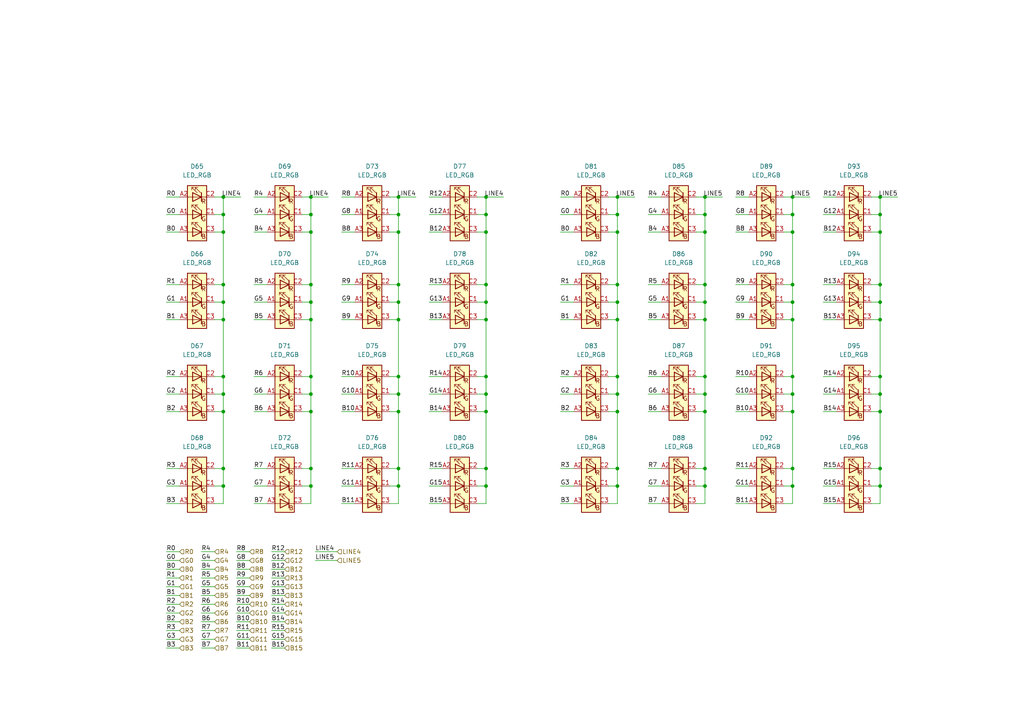
<source format=kicad_sch>
(kicad_sch (version 20250114) (generator "eeschema") (generator_version "9.0")
  (paper "A4")
  (lib_symbols
    (symbol "LRTBGVSR-4U4V-JW+8A8B-D8-3S4U-:LED_RGB" (pin_names (offset 0) (hide yes))
      (property "Reference" "D?" (at 0 13.97 0))
      (property "Value" "LED_RGB" (at 0 11.43 0))
      (symbol "LED_RGB_0_0"
        (text "R" (at -1.905 3.81 0) (effects (font (size 1.27 1.27))))
        (text "G" (at -1.905 -1.27 0) (effects (font (size 1.27 1.27))))
        (text "B" (at -1.905 -6.35 0) (effects (font (size 1.27 1.27))))
      )
      (symbol "LED_RGB_0_1"
        (polyline (pts (xy -1.27 6.35) (xy -1.27 3.81)) (stroke (width 0.254)))
        (polyline (pts (xy -1.27 6.35) (xy -1.27 3.81) (xy -1.27 3.81)))
        (polyline (pts (xy -1.27 5.08) (xy -2.54 5.08)))
        (polyline (pts (xy -1.27 5.08) (xy 1.27 5.08)))
        (polyline (pts (xy -1.27 1.27) (xy -1.27 -1.27)) (stroke (width 0.254)))
        (polyline (pts (xy -1.27 1.27) (xy -1.27 -1.27) (xy -1.27 -1.27)))
        (polyline (pts (xy -1.27 0) (xy -2.54 0)))
        (polyline (pts (xy -1.27 -3.81) (xy -1.27 -6.35)) (stroke (width 0.254)))
        (polyline (pts (xy -1.27 -5.08) (xy -2.54 -5.08)))
        (polyline (pts (xy -1.27 -5.08) (xy 1.27 -5.08)))
        (polyline (pts (xy -1.016 6.35) (xy 0.508 7.874) (xy -0.254 7.874) (xy 0.508 7.874) (xy 0.508 7.112)))
        (polyline (pts (xy -1.016 1.27) (xy 0.508 2.794) (xy -0.254 2.794) (xy 0.508 2.794) (xy 0.508 2.032)))
        (polyline (pts (xy -1.016 -3.81) (xy 0.508 -2.286) (xy -0.254 -2.286) (xy 0.508 -2.286) (xy 0.508 -3.048)))
        (polyline (pts (xy 0 6.35) (xy 1.524 7.874) (xy 0.762 7.874) (xy 1.524 7.874) (xy 1.524 7.112)))
        (polyline (pts (xy 0 1.27) (xy 1.524 2.794) (xy 0.762 2.794) (xy 1.524 2.794) (xy 1.524 2.032)))
        (polyline (pts (xy 0 -3.81) (xy 1.524 -2.286) (xy 0.762 -2.286) (xy 1.524 -2.286) (xy 1.524 -3.048)))
        (polyline (pts (xy 1.27 6.35) (xy 1.27 3.81) (xy -1.27 5.08) (xy 1.27 6.35)) (stroke (width 0.254)))
        (rectangle (start 1.27 6.35) (end 1.27 6.35))
        (polyline (pts (xy 1.27 5.08) (xy 2.54 5.08)))
        (rectangle (start 1.27 3.81) (end 1.27 6.35))
        (polyline (pts (xy 1.27 1.27) (xy 1.27 -1.27) (xy -1.27 0) (xy 1.27 1.27)) (stroke (width 0.254)))
        (rectangle (start 1.27 1.27) (end 1.27 1.27))
        (polyline (pts (xy 1.27 0) (xy -1.27 0)))
        (polyline (pts (xy 1.27 0) (xy 2.54 0)))
        (rectangle (start 1.27 -1.27) (end 1.27 1.27))
        (polyline (pts (xy 1.27 -3.81) (xy 1.27 -6.35) (xy -1.27 -5.08) (xy 1.27 -3.81)) (stroke (width 0.254)))
        (polyline (pts (xy 1.27 -5.08) (xy 2.54 -5.08)))
        (rectangle (start 2.794 8.382) (end -2.794 -7.62) (stroke (width 0.254)) (fill (type background)))
      )
      (symbol "LED_RGB_1_1"
        (pin passive line (at -5.08 5.08 0) (length 2.54) (name "RK") (number "C2"))
        (pin passive line (at -5.08 0 0) (length 2.54) (name "GK") (number "C1"))
        (pin passive line (at -5.08 -5.08 0) (length 2.54) (name "BK") (number "C3"))
        (pin passive line (at 5.08 5.08 180) (length 2.54) (name "RA") (number "A2"))
        (pin passive line (at 5.08 0 180) (length 2.54) (name "GA") (number "A1"))
        (pin passive line (at 5.08 -5.08 180) (length 2.54) (name "BA") (number "A3"))
      )
    )
  )
  (junction (at 204.47 92.71))
  (junction (at 115.57 82.55))
  (junction (at 204.47 62.23))
  (junction (at 204.47 87.63))
  (junction (at 179.07 57.15))
  (junction (at 90.17 119.38))
  (junction (at 64.77 135.89))
  (junction (at 90.17 135.89))
  (junction (at 204.47 67.31))
  (junction (at 255.27 119.38))
  (junction (at 229.87 87.63))
  (junction (at 140.97 87.63))
  (junction (at 204.47 140.97))
  (junction (at 115.57 135.89))
  (junction (at 179.07 82.55))
  (junction (at 255.27 67.31))
  (junction (at 115.57 67.31))
  (junction (at 115.57 57.15))
  (junction (at 204.47 109.22))
  (junction (at 64.77 62.23))
  (junction (at 229.87 82.55))
  (junction (at 229.87 135.89))
  (junction (at 90.17 82.55))
  (junction (at 64.77 87.63))
  (junction (at 140.97 57.15))
  (junction (at 204.47 135.89))
  (junction (at 229.87 119.38))
  (junction (at 115.57 87.63))
  (junction (at 140.97 135.89))
  (junction (at 255.27 109.22))
  (junction (at 179.07 87.63))
  (junction (at 90.17 67.31))
  (junction (at 140.97 67.31))
  (junction (at 255.27 57.15))
  (junction (at 90.17 62.23))
  (junction (at 255.27 92.71))
  (junction (at 90.17 114.3))
  (junction (at 179.07 109.22))
  (junction (at 179.07 119.38))
  (junction (at 64.77 109.22))
  (junction (at 90.17 87.63))
  (junction (at 90.17 57.15))
  (junction (at 140.97 114.3))
  (junction (at 204.47 114.3))
  (junction (at 115.57 92.71))
  (junction (at 229.87 109.22))
  (junction (at 179.07 114.3))
  (junction (at 255.27 140.97))
  (junction (at 179.07 92.71))
  (junction (at 140.97 140.97))
  (junction (at 64.77 92.71))
  (junction (at 115.57 62.23))
  (junction (at 229.87 67.31))
  (junction (at 204.47 82.55))
  (junction (at 204.47 57.15))
  (junction (at 64.77 119.38))
  (junction (at 115.57 119.38))
  (junction (at 64.77 67.31))
  (junction (at 229.87 114.3))
  (junction (at 140.97 109.22))
  (junction (at 140.97 82.55))
  (junction (at 255.27 82.55))
  (junction (at 64.77 114.3))
  (junction (at 140.97 62.23))
  (junction (at 179.07 62.23))
  (junction (at 90.17 109.22))
  (junction (at 255.27 62.23))
  (junction (at 179.07 135.89))
  (junction (at 229.87 140.97))
  (junction (at 229.87 92.71))
  (junction (at 64.77 140.97))
  (junction (at 64.77 82.55))
  (junction (at 229.87 62.23))
  (junction (at 179.07 67.31))
  (junction (at 64.77 57.15))
  (junction (at 140.97 119.38))
  (junction (at 140.97 92.71))
  (junction (at 90.17 92.71))
  (junction (at 255.27 114.3))
  (junction (at 115.57 140.97))
  (junction (at 229.87 57.15))
  (junction (at 90.17 140.97))
  (junction (at 115.57 109.22))
  (junction (at 255.27 87.63))
  (junction (at 255.27 135.89))
  (junction (at 179.07 140.97))
  (junction (at 204.47 119.38))
  (junction (at 115.57 114.3))
  (wire (pts (xy 140.97 146.05) (xy 138.43 146.05)))
  (wire (pts (xy 229.87 87.63) (xy 227.33 87.63)))
  (wire (pts (xy 68.58 187.96) (xy 72.39 187.96)))
  (wire (pts (xy 179.07 62.23) (xy 176.53 62.23)))
  (wire (pts (xy 242.57 82.55) (xy 238.76 82.55)))
  (wire (pts (xy 78.74 182.88) (xy 82.55 182.88)))
  (wire (pts (xy 140.97 57.15) (xy 140.97 62.23)))
  (wire (pts (xy 64.77 87.63) (xy 64.77 92.71)))
  (wire (pts (xy 102.87 119.38) (xy 99.06 119.38)))
  (wire (pts (xy 255.27 92.71) (xy 255.27 109.22)))
  (wire (pts (xy 58.42 162.56) (xy 62.23 162.56)))
  (wire (pts (xy 140.97 114.3) (xy 140.97 119.38)))
  (wire (pts (xy 128.27 82.55) (xy 124.46 82.55)))
  (wire (pts (xy 52.07 82.55) (xy 48.26 82.55)))
  (wire (pts (xy 255.27 57.15) (xy 260.35 57.15)))
  (wire (pts (xy 64.77 119.38) (xy 62.23 119.38)))
  (wire (pts (xy 204.47 62.23) (xy 201.93 62.23)))
  (wire (pts (xy 90.17 67.31) (xy 90.17 82.55)))
  (wire (pts (xy 229.87 92.71) (xy 229.87 109.22)))
  (wire (pts (xy 191.77 119.38) (xy 187.96 119.38)))
  (wire (pts (xy 242.57 119.38) (xy 238.76 119.38)))
  (wire (pts (xy 115.57 87.63) (xy 113.03 87.63)))
  (wire (pts (xy 64.77 67.31) (xy 62.23 67.31)))
  (wire (pts (xy 191.77 67.31) (xy 187.96 67.31)))
  (wire (pts (xy 140.97 140.97) (xy 140.97 146.05)))
  (wire (pts (xy 140.97 62.23) (xy 140.97 67.31)))
  (wire (pts (xy 140.97 67.31) (xy 138.43 67.31)))
  (wire (pts (xy 255.27 119.38) (xy 252.73 119.38)))
  (wire (pts (xy 58.42 175.26) (xy 62.23 175.26)))
  (wire (pts (xy 128.27 67.31) (xy 124.46 67.31)))
  (wire (pts (xy 58.42 165.1) (xy 62.23 165.1)))
  (wire (pts (xy 78.74 165.1) (xy 82.55 165.1)))
  (wire (pts (xy 166.37 146.05) (xy 162.56 146.05)))
  (wire (pts (xy 64.77 109.22) (xy 62.23 109.22)))
  (wire (pts (xy 191.77 135.89) (xy 187.96 135.89)))
  (wire (pts (xy 115.57 135.89) (xy 115.57 140.97)))
  (wire (pts (xy 140.97 82.55) (xy 140.97 87.63)))
  (wire (pts (xy 58.42 170.18) (xy 62.23 170.18)))
  (wire (pts (xy 115.57 92.71) (xy 115.57 109.22)))
  (wire (pts (xy 52.07 92.71) (xy 48.26 92.71)))
  (wire (pts (xy 179.07 57.15) (xy 176.53 57.15)))
  (wire (pts (xy 48.26 175.26) (xy 52.07 175.26)))
  (wire (pts (xy 48.26 170.18) (xy 52.07 170.18)))
  (wire (pts (xy 90.17 135.89) (xy 87.63 135.89)))
  (wire (pts (xy 204.47 92.71) (xy 201.93 92.71)))
  (wire (pts (xy 77.47 119.38) (xy 73.66 119.38)))
  (wire (pts (xy 58.42 167.64) (xy 62.23 167.64)))
  (wire (pts (xy 128.27 119.38) (xy 124.46 119.38)))
  (wire (pts (xy 191.77 109.22) (xy 187.96 109.22)))
  (wire (pts (xy 204.47 57.15) (xy 204.47 62.23)))
  (wire (pts (xy 77.47 140.97) (xy 73.66 140.97)))
  (wire (pts (xy 128.27 92.71) (xy 124.46 92.71)))
  (wire (pts (xy 217.17 67.31) (xy 213.36 67.31)))
  (wire (pts (xy 90.17 140.97) (xy 90.17 146.05)))
  (wire (pts (xy 91.44 162.56) (xy 97.79 162.56)))
  (wire (pts (xy 90.17 114.3) (xy 90.17 119.38)))
  (wire (pts (xy 166.37 92.71) (xy 162.56 92.71)))
  (wire (pts (xy 90.17 119.38) (xy 87.63 119.38)))
  (wire (pts (xy 204.47 114.3) (xy 204.47 119.38)))
  (wire (pts (xy 68.58 172.72) (xy 72.39 172.72)))
  (wire (pts (xy 140.97 57.15) (xy 138.43 57.15)))
  (wire (pts (xy 78.74 187.96) (xy 82.55 187.96)))
  (wire (pts (xy 64.77 82.55) (xy 64.77 87.63)))
  (wire (pts (xy 115.57 140.97) (xy 113.03 140.97)))
  (wire (pts (xy 242.57 57.15) (xy 238.76 57.15)))
  (wire (pts (xy 217.17 119.38) (xy 213.36 119.38)))
  (wire (pts (xy 77.47 135.89) (xy 73.66 135.89)))
  (wire (pts (xy 102.87 87.63) (xy 99.06 87.63)))
  (wire (pts (xy 217.17 140.97) (xy 213.36 140.97)))
  (wire (pts (xy 52.07 119.38) (xy 48.26 119.38)))
  (wire (pts (xy 204.47 57.15) (xy 209.55 57.15)))
  (wire (pts (xy 242.57 135.89) (xy 238.76 135.89)))
  (wire (pts (xy 115.57 57.15) (xy 113.03 57.15)))
  (wire (pts (xy 255.27 57.15) (xy 252.73 57.15)))
  (wire (pts (xy 77.47 57.15) (xy 73.66 57.15)))
  (wire (pts (xy 242.57 114.3) (xy 238.76 114.3)))
  (wire (pts (xy 140.97 119.38) (xy 140.97 135.89)))
  (wire (pts (xy 90.17 92.71) (xy 90.17 109.22)))
  (wire (pts (xy 102.87 135.89) (xy 99.06 135.89)))
  (wire (pts (xy 242.57 92.71) (xy 238.76 92.71)))
  (wire (pts (xy 140.97 87.63) (xy 140.97 92.71)))
  (wire (pts (xy 48.26 187.96) (xy 52.07 187.96)))
  (wire (pts (xy 52.07 135.89) (xy 48.26 135.89)))
  (wire (pts (xy 64.77 114.3) (xy 62.23 114.3)))
  (wire (pts (xy 255.27 140.97) (xy 252.73 140.97)))
  (wire (pts (xy 78.74 185.42) (xy 82.55 185.42)))
  (wire (pts (xy 191.77 82.55) (xy 187.96 82.55)))
  (wire (pts (xy 90.17 67.31) (xy 87.63 67.31)))
  (wire (pts (xy 102.87 114.3) (xy 99.06 114.3)))
  (wire (pts (xy 52.07 67.31) (xy 48.26 67.31)))
  (wire (pts (xy 115.57 114.3) (xy 115.57 119.38)))
  (wire (pts (xy 229.87 67.31) (xy 227.33 67.31)))
  (wire (pts (xy 229.87 57.15) (xy 227.33 57.15)))
  (wire (pts (xy 77.47 82.55) (xy 73.66 82.55)))
  (wire (pts (xy 166.37 140.97) (xy 162.56 140.97)))
  (wire (pts (xy 128.27 114.3) (xy 124.46 114.3)))
  (wire (pts (xy 191.77 87.63) (xy 187.96 87.63)))
  (wire (pts (xy 229.87 62.23) (xy 227.33 62.23)))
  (wire (pts (xy 140.97 109.22) (xy 138.43 109.22)))
  (wire (pts (xy 140.97 140.97) (xy 138.43 140.97)))
  (wire (pts (xy 64.77 92.71) (xy 64.77 109.22)))
  (wire (pts (xy 64.77 62.23) (xy 62.23 62.23)))
  (wire (pts (xy 102.87 92.71) (xy 99.06 92.71)))
  (wire (pts (xy 68.58 170.18) (xy 72.39 170.18)))
  (wire (pts (xy 115.57 109.22) (xy 113.03 109.22)))
  (wire (pts (xy 115.57 82.55) (xy 113.03 82.55)))
  (wire (pts (xy 52.07 146.05) (xy 48.26 146.05)))
  (wire (pts (xy 204.47 67.31) (xy 201.93 67.31)))
  (wire (pts (xy 255.27 140.97) (xy 255.27 146.05)))
  (wire (pts (xy 90.17 57.15) (xy 90.17 62.23)))
  (wire (pts (xy 179.07 62.23) (xy 179.07 67.31)))
  (wire (pts (xy 179.07 114.3) (xy 179.07 119.38)))
  (wire (pts (xy 255.27 109.22) (xy 252.73 109.22)))
  (wire (pts (xy 128.27 146.05) (xy 124.46 146.05)))
  (wire (pts (xy 204.47 109.22) (xy 201.93 109.22)))
  (wire (pts (xy 115.57 119.38) (xy 113.03 119.38)))
  (wire (pts (xy 179.07 92.71) (xy 179.07 109.22)))
  (wire (pts (xy 115.57 119.38) (xy 115.57 135.89)))
  (wire (pts (xy 229.87 114.3) (xy 229.87 119.38)))
  (wire (pts (xy 217.17 109.22) (xy 213.36 109.22)))
  (wire (pts (xy 68.58 180.34) (xy 72.39 180.34)))
  (wire (pts (xy 255.27 92.71) (xy 252.73 92.71)))
  (wire (pts (xy 64.77 82.55) (xy 62.23 82.55)))
  (wire (pts (xy 179.07 92.71) (xy 176.53 92.71)))
  (wire (pts (xy 204.47 57.15) (xy 201.93 57.15)))
  (wire (pts (xy 229.87 140.97) (xy 229.87 146.05)))
  (wire (pts (xy 140.97 67.31) (xy 140.97 82.55)))
  (wire (pts (xy 217.17 146.05) (xy 213.36 146.05)))
  (wire (pts (xy 115.57 135.89) (xy 113.03 135.89)))
  (wire (pts (xy 255.27 67.31) (xy 255.27 82.55)))
  (wire (pts (xy 128.27 87.63) (xy 124.46 87.63)))
  (wire (pts (xy 58.42 180.34) (xy 62.23 180.34)))
  (wire (pts (xy 140.97 82.55) (xy 138.43 82.55)))
  (wire (pts (xy 52.07 114.3) (xy 48.26 114.3)))
  (wire (pts (xy 115.57 62.23) (xy 115.57 67.31)))
  (wire (pts (xy 90.17 87.63) (xy 90.17 92.71)))
  (wire (pts (xy 217.17 57.15) (xy 213.36 57.15)))
  (wire (pts (xy 90.17 62.23) (xy 87.63 62.23)))
  (wire (pts (xy 204.47 82.55) (xy 201.93 82.55)))
  (wire (pts (xy 78.74 162.56) (xy 82.55 162.56)))
  (wire (pts (xy 90.17 140.97) (xy 87.63 140.97)))
  (wire (pts (xy 229.87 92.71) (xy 227.33 92.71)))
  (wire (pts (xy 140.97 57.15) (xy 146.05 57.15)))
  (wire (pts (xy 77.47 146.05) (xy 73.66 146.05)))
  (wire (pts (xy 179.07 82.55) (xy 179.07 87.63)))
  (wire (pts (xy 68.58 167.64) (xy 72.39 167.64)))
  (wire (pts (xy 179.07 140.97) (xy 176.53 140.97)))
  (wire (pts (xy 229.87 114.3) (xy 227.33 114.3)))
  (wire (pts (xy 204.47 109.22) (xy 204.47 114.3)))
  (wire (pts (xy 102.87 146.05) (xy 99.06 146.05)))
  (wire (pts (xy 90.17 135.89) (xy 90.17 140.97)))
  (wire (pts (xy 229.87 140.97) (xy 227.33 140.97)))
  (wire (pts (xy 179.07 87.63) (xy 179.07 92.71)))
  (wire (pts (xy 166.37 119.38) (xy 162.56 119.38)))
  (wire (pts (xy 68.58 165.1) (xy 72.39 165.1)))
  (wire (pts (xy 64.77 62.23) (xy 64.77 67.31)))
  (wire (pts (xy 78.74 175.26) (xy 82.55 175.26)))
  (wire (pts (xy 229.87 82.55) (xy 229.87 87.63)))
  (wire (pts (xy 90.17 119.38) (xy 90.17 135.89)))
  (wire (pts (xy 90.17 82.55) (xy 90.17 87.63)))
  (wire (pts (xy 179.07 114.3) (xy 176.53 114.3)))
  (wire (pts (xy 229.87 67.31) (xy 229.87 82.55)))
  (wire (pts (xy 255.27 57.15) (xy 255.27 62.23)))
  (wire (pts (xy 115.57 146.05) (xy 113.03 146.05)))
  (wire (pts (xy 255.27 82.55) (xy 252.73 82.55)))
  (wire (pts (xy 115.57 57.15) (xy 115.57 62.23)))
  (wire (pts (xy 64.77 146.05) (xy 62.23 146.05)))
  (wire (pts (xy 229.87 135.89) (xy 227.33 135.89)))
  (wire (pts (xy 90.17 57.15) (xy 87.63 57.15)))
  (wire (pts (xy 179.07 67.31) (xy 179.07 82.55)))
  (wire (pts (xy 255.27 62.23) (xy 255.27 67.31)))
  (wire (pts (xy 217.17 87.63) (xy 213.36 87.63)))
  (wire (pts (xy 58.42 187.96) (xy 62.23 187.96)))
  (wire (pts (xy 191.77 92.71) (xy 187.96 92.71)))
  (wire (pts (xy 64.77 109.22) (xy 64.77 114.3)))
  (wire (pts (xy 179.07 140.97) (xy 179.07 146.05)))
  (wire (pts (xy 179.07 146.05) (xy 176.53 146.05)))
  (wire (pts (xy 204.47 87.63) (xy 204.47 92.71)))
  (wire (pts (xy 64.77 87.63) (xy 62.23 87.63)))
  (wire (pts (xy 140.97 92.71) (xy 140.97 109.22)))
  (wire (pts (xy 58.42 185.42) (xy 62.23 185.42)))
  (wire (pts (xy 90.17 109.22) (xy 90.17 114.3)))
  (wire (pts (xy 242.57 140.97) (xy 238.76 140.97)))
  (wire (pts (xy 64.77 119.38) (xy 64.77 135.89)))
  (wire (pts (xy 204.47 135.89) (xy 201.93 135.89)))
  (wire (pts (xy 255.27 146.05) (xy 252.73 146.05)))
  (wire (pts (xy 91.44 160.02) (xy 97.79 160.02)))
  (wire (pts (xy 204.47 114.3) (xy 201.93 114.3)))
  (wire (pts (xy 102.87 140.97) (xy 99.06 140.97)))
  (wire (pts (xy 115.57 82.55) (xy 115.57 87.63)))
  (wire (pts (xy 68.58 162.56) (xy 72.39 162.56)))
  (wire (pts (xy 77.47 67.31) (xy 73.66 67.31)))
  (wire (pts (xy 78.74 180.34) (xy 82.55 180.34)))
  (wire (pts (xy 52.07 87.63) (xy 48.26 87.63)))
  (wire (pts (xy 77.47 87.63) (xy 73.66 87.63)))
  (wire (pts (xy 255.27 114.3) (xy 252.73 114.3)))
  (wire (pts (xy 64.77 57.15) (xy 64.77 62.23)))
  (wire (pts (xy 90.17 146.05) (xy 87.63 146.05)))
  (wire (pts (xy 52.07 62.23) (xy 48.26 62.23)))
  (wire (pts (xy 102.87 109.22) (xy 99.06 109.22)))
  (wire (pts (xy 128.27 62.23) (xy 124.46 62.23)))
  (wire (pts (xy 48.26 172.72) (xy 52.07 172.72)))
  (wire (pts (xy 78.74 170.18) (xy 82.55 170.18)))
  (wire (pts (xy 255.27 87.63) (xy 255.27 92.71)))
  (wire (pts (xy 229.87 62.23) (xy 229.87 67.31)))
  (wire (pts (xy 68.58 160.02) (xy 72.39 160.02)))
  (wire (pts (xy 255.27 119.38) (xy 255.27 135.89)))
  (wire (pts (xy 115.57 87.63) (xy 115.57 92.71)))
  (wire (pts (xy 52.07 109.22) (xy 48.26 109.22)))
  (wire (pts (xy 58.42 160.02) (xy 62.23 160.02)))
  (wire (pts (xy 229.87 109.22) (xy 229.87 114.3)))
  (wire (pts (xy 179.07 57.15) (xy 184.15 57.15)))
  (wire (pts (xy 217.17 62.23) (xy 213.36 62.23)))
  (wire (pts (xy 166.37 135.89) (xy 162.56 135.89)))
  (wire (pts (xy 229.87 119.38) (xy 227.33 119.38)))
  (wire (pts (xy 68.58 185.42) (xy 72.39 185.42)))
  (wire (pts (xy 90.17 109.22) (xy 87.63 109.22)))
  (wire (pts (xy 179.07 87.63) (xy 176.53 87.63)))
  (wire (pts (xy 204.47 140.97) (xy 201.93 140.97)))
  (wire (pts (xy 78.74 160.02) (xy 82.55 160.02)))
  (wire (pts (xy 204.47 67.31) (xy 204.47 82.55)))
  (wire (pts (xy 191.77 57.15) (xy 187.96 57.15)))
  (wire (pts (xy 204.47 87.63) (xy 201.93 87.63)))
  (wire (pts (xy 68.58 182.88) (xy 72.39 182.88)))
  (wire (pts (xy 242.57 87.63) (xy 238.76 87.63)))
  (wire (pts (xy 255.27 62.23) (xy 252.73 62.23)))
  (wire (pts (xy 217.17 82.55) (xy 213.36 82.55)))
  (wire (pts (xy 179.07 135.89) (xy 179.07 140.97)))
  (wire (pts (xy 242.57 67.31) (xy 238.76 67.31)))
  (wire (pts (xy 78.74 172.72) (xy 82.55 172.72)))
  (wire (pts (xy 90.17 57.15) (xy 95.25 57.15)))
  (wire (pts (xy 179.07 67.31) (xy 176.53 67.31)))
  (wire (pts (xy 115.57 67.31) (xy 115.57 82.55)))
  (wire (pts (xy 48.26 165.1) (xy 52.07 165.1)))
  (wire (pts (xy 140.97 87.63) (xy 138.43 87.63)))
  (wire (pts (xy 242.57 109.22) (xy 238.76 109.22)))
  (wire (pts (xy 140.97 114.3) (xy 138.43 114.3)))
  (wire (pts (xy 140.97 135.89) (xy 140.97 140.97)))
  (wire (pts (xy 204.47 146.05) (xy 201.93 146.05)))
  (wire (pts (xy 255.27 114.3) (xy 255.27 119.38)))
  (wire (pts (xy 102.87 57.15) (xy 99.06 57.15)))
  (wire (pts (xy 115.57 92.71) (xy 113.03 92.71)))
  (wire (pts (xy 128.27 57.15) (xy 124.46 57.15)))
  (wire (pts (xy 255.27 135.89) (xy 252.73 135.89)))
  (wire (pts (xy 204.47 119.38) (xy 204.47 135.89)))
  (wire (pts (xy 58.42 182.88) (xy 62.23 182.88)))
  (wire (pts (xy 90.17 114.3) (xy 87.63 114.3)))
  (wire (pts (xy 255.27 109.22) (xy 255.27 114.3)))
  (wire (pts (xy 64.77 135.89) (xy 62.23 135.89)))
  (wire (pts (xy 179.07 109.22) (xy 176.53 109.22)))
  (wire (pts (xy 48.26 160.02) (xy 52.07 160.02)))
  (wire (pts (xy 115.57 62.23) (xy 113.03 62.23)))
  (wire (pts (xy 77.47 109.22) (xy 73.66 109.22)))
  (wire (pts (xy 255.27 87.63) (xy 252.73 87.63)))
  (wire (pts (xy 64.77 67.31) (xy 64.77 82.55)))
  (wire (pts (xy 204.47 92.71) (xy 204.47 109.22)))
  (wire (pts (xy 179.07 109.22) (xy 179.07 114.3)))
  (wire (pts (xy 140.97 92.71) (xy 138.43 92.71)))
  (wire (pts (xy 179.07 57.15) (xy 179.07 62.23)))
  (wire (pts (xy 255.27 82.55) (xy 255.27 87.63)))
  (wire (pts (xy 78.74 167.64) (xy 82.55 167.64)))
  (wire (pts (xy 166.37 62.23) (xy 162.56 62.23)))
  (wire (pts (xy 229.87 82.55) (xy 227.33 82.55)))
  (wire (pts (xy 166.37 109.22) (xy 162.56 109.22)))
  (wire (pts (xy 166.37 114.3) (xy 162.56 114.3)))
  (wire (pts (xy 90.17 62.23) (xy 90.17 67.31)))
  (wire (pts (xy 48.26 182.88) (xy 52.07 182.88)))
  (wire (pts (xy 68.58 177.8) (xy 72.39 177.8)))
  (wire (pts (xy 68.58 175.26) (xy 72.39 175.26)))
  (wire (pts (xy 204.47 82.55) (xy 204.47 87.63)))
  (wire (pts (xy 140.97 119.38) (xy 138.43 119.38)))
  (wire (pts (xy 128.27 140.97) (xy 124.46 140.97)))
  (wire (pts (xy 48.26 177.8) (xy 52.07 177.8)))
  (wire (pts (xy 140.97 62.23) (xy 138.43 62.23)))
  (wire (pts (xy 115.57 57.15) (xy 120.65 57.15)))
  (wire (pts (xy 191.77 140.97) (xy 187.96 140.97)))
  (wire (pts (xy 191.77 62.23) (xy 187.96 62.23)))
  (wire (pts (xy 48.26 180.34) (xy 52.07 180.34)))
  (wire (pts (xy 217.17 114.3) (xy 213.36 114.3)))
  (wire (pts (xy 166.37 87.63) (xy 162.56 87.63)))
  (wire (pts (xy 77.47 62.23) (xy 73.66 62.23)))
  (wire (pts (xy 102.87 82.55) (xy 99.06 82.55)))
  (wire (pts (xy 204.47 62.23) (xy 204.47 67.31)))
  (wire (pts (xy 166.37 67.31) (xy 162.56 67.31)))
  (wire (pts (xy 64.77 92.71) (xy 62.23 92.71)))
  (wire (pts (xy 77.47 92.71) (xy 73.66 92.71)))
  (wire (pts (xy 229.87 109.22) (xy 227.33 109.22)))
  (wire (pts (xy 229.87 57.15) (xy 229.87 62.23)))
  (wire (pts (xy 204.47 140.97) (xy 204.47 146.05)))
  (wire (pts (xy 115.57 140.97) (xy 115.57 146.05)))
  (wire (pts (xy 217.17 92.71) (xy 213.36 92.71)))
  (wire (pts (xy 179.07 82.55) (xy 176.53 82.55)))
  (wire (pts (xy 48.26 167.64) (xy 52.07 167.64)))
  (wire (pts (xy 204.47 135.89) (xy 204.47 140.97)))
  (wire (pts (xy 229.87 135.89) (xy 229.87 140.97)))
  (wire (pts (xy 229.87 146.05) (xy 227.33 146.05)))
  (wire (pts (xy 64.77 57.15) (xy 62.23 57.15)))
  (wire (pts (xy 78.74 177.8) (xy 82.55 177.8)))
  (wire (pts (xy 102.87 62.23) (xy 99.06 62.23)))
  (wire (pts (xy 58.42 172.72) (xy 62.23 172.72)))
  (wire (pts (xy 242.57 62.23) (xy 238.76 62.23)))
  (wire (pts (xy 90.17 82.55) (xy 87.63 82.55)))
  (wire (pts (xy 166.37 82.55) (xy 162.56 82.55)))
  (wire (pts (xy 90.17 87.63) (xy 87.63 87.63)))
  (wire (pts (xy 229.87 87.63) (xy 229.87 92.71)))
  (wire (pts (xy 64.77 140.97) (xy 62.23 140.97)))
  (wire (pts (xy 58.42 177.8) (xy 62.23 177.8)))
  (wire (pts (xy 102.87 67.31) (xy 99.06 67.31)))
  (wire (pts (xy 179.07 119.38) (xy 179.07 135.89)))
  (wire (pts (xy 128.27 135.89) (xy 124.46 135.89)))
  (wire (pts (xy 191.77 146.05) (xy 187.96 146.05)))
  (wire (pts (xy 229.87 119.38) (xy 229.87 135.89)))
  (wire (pts (xy 52.07 140.97) (xy 48.26 140.97)))
  (wire (pts (xy 48.26 185.42) (xy 52.07 185.42)))
  (wire (pts (xy 229.87 57.15) (xy 234.95 57.15)))
  (wire (pts (xy 217.17 135.89) (xy 213.36 135.89)))
  (wire (pts (xy 52.07 57.15) (xy 48.26 57.15)))
  (wire (pts (xy 115.57 109.22) (xy 115.57 114.3)))
  (wire (pts (xy 255.27 135.89) (xy 255.27 140.97)))
  (wire (pts (xy 64.77 135.89) (xy 64.77 140.97)))
  (wire (pts (xy 48.26 162.56) (xy 52.07 162.56)))
  (wire (pts (xy 204.47 119.38) (xy 201.93 119.38)))
  (wire (pts (xy 64.77 114.3) (xy 64.77 119.38)))
  (wire (pts (xy 191.77 114.3) (xy 187.96 114.3)))
  (wire (pts (xy 179.07 119.38) (xy 176.53 119.38)))
  (wire (pts (xy 115.57 114.3) (xy 113.03 114.3)))
  (wire (pts (xy 166.37 57.15) (xy 162.56 57.15)))
  (wire (pts (xy 140.97 109.22) (xy 140.97 114.3)))
  (wire (pts (xy 77.47 114.3) (xy 73.66 114.3)))
  (wire (pts (xy 64.77 140.97) (xy 64.77 146.05)))
  (wire (pts (xy 242.57 146.05) (xy 238.76 146.05)))
  (wire (pts (xy 90.17 92.71) (xy 87.63 92.71)))
  (wire (pts (xy 255.27 67.31) (xy 252.73 67.31)))
  (wire (pts (xy 179.07 135.89) (xy 176.53 135.89)))
  (wire (pts (xy 64.77 57.15) (xy 69.85 57.15)))
  (wire (pts (xy 128.27 109.22) (xy 124.46 109.22)))
  (wire (pts (xy 140.97 135.89) (xy 138.43 135.89)))
  (wire (pts (xy 115.57 67.31) (xy 113.03 67.31)))
  (label "G13" (at 124.46 87.63 0))
  (label "G6" (at 73.66 114.3 0))
  (label "R2" (at 48.26 109.22 0))
  (label "R10" (at 213.36 109.22 0))
  (label "B2" (at 162.56 119.38 0))
  (label "B5" (at 58.42 172.72 0))
  (label "G15" (at 238.76 140.97 0))
  (label "R4" (at 58.42 160.02 0))
  (label "B11" (at 68.58 187.96 0))
  (label "R0" (at 162.56 57.15 0))
  (label "R11" (at 213.36 135.89 0))
  (label "R8" (at 99.06 57.15 0))
  (label "G8" (at 68.58 162.56 0))
  (label "R7" (at 73.66 135.89 0))
  (label "G7" (at 73.66 140.97 0))
  (label "R10" (at 99.06 109.22 0))
  (label "R1" (at 48.26 82.55 0))
  (label "G7" (at 58.42 185.42 0))
  (label "G10" (at 213.36 114.3 0))
  (label "R0" (at 48.26 57.15 0))
  (label "G11" (at 99.06 140.97 0))
  (label "R5" (at 187.96 82.55 0))
  (label "R11" (at 68.58 182.88 0))
  (label "R10" (at 68.58 175.26 0))
  (label "G9" (at 99.06 87.63 0))
  (label "B13" (at 238.76 92.71 0))
  (label "B13" (at 78.74 172.72 0))
  (label "G6" (at 58.42 177.8 0))
  (label "G4" (at 187.96 62.23 0))
  (label "R8" (at 213.36 57.15 0))
  (label "G11" (at 68.58 185.42 0))
  (label "B14" (at 78.74 180.34 0))
  (label "B8" (at 213.36 67.31 0))
  (label "B15" (at 78.74 187.96 0))
  (label "B1" (at 162.56 92.71 0))
  (label "R13" (at 124.46 82.55 0))
  (label "B10" (at 213.36 119.38 0))
  (label "R11" (at 99.06 135.89 0))
  (label "G2" (at 162.56 114.3 0))
  (label "B10" (at 68.58 180.34 0))
  (label "R2" (at 48.26 175.26 0))
  (label "R9" (at 99.06 82.55 0))
  (label "LINE5" (at 184.15 57.15 180))
  (label "R5" (at 73.66 82.55 0))
  (label "B5" (at 187.96 92.71 0))
  (label "G12" (at 238.76 62.23 0))
  (label "B0" (at 48.26 165.1 0))
  (label "B4" (at 58.42 165.1 0))
  (label "G2" (at 48.26 114.3 0))
  (label "LINE5" (at 234.95 57.15 180))
  (label "B1" (at 48.26 172.72 0))
  (label "B0" (at 162.56 67.31 0))
  (label "R14" (at 124.46 109.22 0))
  (label "R7" (at 187.96 135.89 0))
  (label "R6" (at 187.96 109.22 0))
  (label "R15" (at 78.74 182.88 0))
  (label "B13" (at 124.46 92.71 0))
  (label "R2" (at 162.56 109.22 0))
  (label "G10" (at 68.58 177.8 0))
  (label "G14" (at 238.76 114.3 0))
  (label "LINE4" (at 120.65 57.15 180))
  (label "R3" (at 162.56 135.89 0))
  (label "LINE4" (at 69.85 57.15 180))
  (label "B6" (at 73.66 119.38 0))
  (label "G9" (at 68.58 170.18 0))
  (label "B3" (at 48.26 187.96 0))
  (label "G0" (at 48.26 62.23 0))
  (label "R15" (at 238.76 135.89 0))
  (label "R1" (at 162.56 82.55 0))
  (label "B9" (at 68.58 172.72 0))
  (label "LINE5" (at 91.44 162.56 0))
  (label "R9" (at 213.36 82.55 0))
  (label "B6" (at 187.96 119.38 0))
  (label "G1" (at 162.56 87.63 0))
  (label "G13" (at 238.76 87.63 0))
  (label "G14" (at 124.46 114.3 0))
  (label "G9" (at 213.36 87.63 0))
  (label "G7" (at 187.96 140.97 0))
  (label "B10" (at 99.06 119.38 0))
  (label "B0" (at 48.26 67.31 0))
  (label "G12" (at 124.46 62.23 0))
  (label "B7" (at 58.42 187.96 0))
  (label "G8" (at 99.06 62.23 0))
  (label "R12" (at 124.46 57.15 0))
  (label "B15" (at 238.76 146.05 0))
  (label "R0" (at 48.26 160.02 0))
  (label "G4" (at 73.66 62.23 0))
  (label "R6" (at 73.66 109.22 0))
  (label "LINE5" (at 209.55 57.15 180))
  (label "G5" (at 73.66 87.63 0))
  (label "B14" (at 124.46 119.38 0))
  (label "B3" (at 48.26 146.05 0))
  (label "R15" (at 124.46 135.89 0))
  (label "R3" (at 48.26 135.89 0))
  (label "B11" (at 99.06 146.05 0))
  (label "G3" (at 162.56 140.97 0))
  (label "LINE4" (at 146.05 57.15 180))
  (label "B4" (at 187.96 67.31 0))
  (label "R14" (at 78.74 175.26 0))
  (label "G5" (at 58.42 170.18 0))
  (label "LINE4" (at 95.25 57.15 180))
  (label "G3" (at 48.26 185.42 0))
  (label "G15" (at 124.46 140.97 0))
  (label "G2" (at 48.26 177.8 0))
  (label "B14" (at 238.76 119.38 0))
  (label "B6" (at 58.42 180.34 0))
  (label "R13" (at 238.76 82.55 0))
  (label "B8" (at 99.06 67.31 0))
  (label "R4" (at 73.66 57.15 0))
  (label "G0" (at 48.26 162.56 0))
  (label "R13" (at 78.74 167.64 0))
  (label "G8" (at 213.36 62.23 0))
  (label "G12" (at 78.74 162.56 0))
  (label "G11" (at 213.36 140.97 0))
  (label "B7" (at 73.66 146.05 0))
  (label "G3" (at 48.26 140.97 0))
  (label "R5" (at 58.42 167.64 0))
  (label "G14" (at 78.74 177.8 0))
  (label "B1" (at 48.26 92.71 0))
  (label "R4" (at 187.96 57.15 0))
  (label "LINE4" (at 91.44 160.02 0))
  (label "R8" (at 68.58 160.02 0))
  (label "B12" (at 78.74 165.1 0))
  (label "R12" (at 238.76 57.15 0))
  (label "G10" (at 99.06 114.3 0))
  (label "B12" (at 124.46 67.31 0))
  (label "G5" (at 187.96 87.63 0))
  (label "R12" (at 78.74 160.02 0))
  (label "G6" (at 187.96 114.3 0))
  (label "G13" (at 78.74 170.18 0))
  (label "R1" (at 48.26 167.64 0))
  (label "B9" (at 213.36 92.71 0))
  (label "G15" (at 78.74 185.42 0))
  (label "R3" (at 48.26 182.88 0))
  (label "B7" (at 187.96 146.05 0))
  (label "B9" (at 99.06 92.71 0))
  (label "B12" (at 238.76 67.31 0))
  (label "R9" (at 68.58 167.64 0))
  (label "B11" (at 213.36 146.05 0))
  (label "B4" (at 73.66 67.31 0))
  (label "B5" (at 73.66 92.71 0))
  (label "B8" (at 68.58 165.1 0))
  (label "R7" (at 58.42 182.88 0))
  (label "B15" (at 124.46 146.05 0))
  (label "B2" (at 48.26 180.34 0))
  (label "R14" (at 238.76 109.22 0))
  (label "R6" (at 58.42 175.26 0))
  (label "G0" (at 162.56 62.23 0))
  (label "G1" (at 48.26 170.18 0))
  (label "B2" (at 48.26 119.38 0))
  (label "B3" (at 162.56 146.05 0))
  (label "G4" (at 58.42 162.56 0))
  (label "G1" (at 48.26 87.63 0))
  (label "LINE5" (at 260.35 57.15 180))
  (hierarchical_label "B15" (shape input) (at 82.55 187.96 0))
  (hierarchical_label "B12" (shape input) (at 82.55 165.1 0))
  (hierarchical_label "R1" (shape input) (at 52.07 167.64 0))
  (hierarchical_label "R7" (shape input) (at 62.23 182.88 0))
  (hierarchical_label "LINE5" (shape input) (at 97.79 162.56 0))
  (hierarchical_label "B6" (shape input) (at 62.23 180.34 0))
  (hierarchical_label "G5" (shape input) (at 62.23 170.18 0))
  (hierarchical_label "B9" (shape input) (at 72.39 172.72 0))
  (hierarchical_label "B8" (shape input) (at 72.39 165.1 0))
  (hierarchical_label "B2" (shape input) (at 52.07 180.34 0))
  (hierarchical_label "R10" (shape input) (at 72.39 175.26 0))
  (hierarchical_label "G0" (shape input) (at 52.07 162.56 0))
  (hierarchical_label "G6" (shape input) (at 62.23 177.8 0))
  (hierarchical_label "R2" (shape input) (at 52.07 175.26 0))
  (hierarchical_label "G3" (shape input) (at 52.07 185.42 0))
  (hierarchical_label "G12" (shape input) (at 82.55 162.56 0))
  (hierarchical_label "B3" (shape input) (at 52.07 187.96 0))
  (hierarchical_label "B4" (shape input) (at 62.23 165.1 0))
  (hierarchical_label "R14" (shape input) (at 82.55 175.26 0))
  (hierarchical_label "B14" (shape input) (at 82.55 180.34 0))
  (hierarchical_label "G4" (shape input) (at 62.23 162.56 0))
  (hierarchical_label "B13" (shape input) (at 82.55 172.72 0))
  (hierarchical_label "B5" (shape input) (at 62.23 172.72 0))
  (hierarchical_label "R4" (shape input) (at 62.23 160.02 0))
  (hierarchical_label "B1" (shape input) (at 52.07 172.72 0))
  (hierarchical_label "G13" (shape input) (at 82.55 170.18 0))
  (hierarchical_label "G1" (shape input) (at 52.07 170.18 0))
  (hierarchical_label "G8" (shape input) (at 72.39 162.56 0))
  (hierarchical_label "G15" (shape input) (at 82.55 185.42 0))
  (hierarchical_label "R9" (shape input) (at 72.39 167.64 0))
  (hierarchical_label "B11" (shape input) (at 72.39 187.96 0))
  (hierarchical_label "G10" (shape input) (at 72.39 177.8 0))
  (hierarchical_label "R3" (shape input) (at 52.07 182.88 0))
  (hierarchical_label "R11" (shape input) (at 72.39 182.88 0))
  (hierarchical_label "G14" (shape input) (at 82.55 177.8 0))
  (hierarchical_label "R13" (shape input) (at 82.55 167.64 0))
  (hierarchical_label "R15" (shape input) (at 82.55 182.88 0))
  (hierarchical_label "R5" (shape input) (at 62.23 167.64 0))
  (hierarchical_label "R0" (shape input) (at 52.07 160.02 0))
  (hierarchical_label "G2" (shape input) (at 52.07 177.8 0))
  (hierarchical_label "G9" (shape input) (at 72.39 170.18 0))
  (hierarchical_label "G7" (shape input) (at 62.23 185.42 0))
  (hierarchical_label "B0" (shape input) (at 52.07 165.1 0))
  (hierarchical_label "R12" (shape input) (at 82.55 160.02 0))
  (hierarchical_label "LINE4" (shape input) (at 97.79 160.02 0))
  (hierarchical_label "G11" (shape input) (at 72.39 185.42 0))
  (hierarchical_label "R8" (shape input) (at 72.39 160.02 0))
  (hierarchical_label "R6" (shape input) (at 62.23 175.26 0))
  (hierarchical_label "B10" (shape input) (at 72.39 180.34 0))
  (hierarchical_label "B7" (shape input) (at 62.23 187.96 0))
  (symbol (lib_id "LRTBGVSR-4U4V-JW+8A8B-D8-3S4U-:LED_RGB") (at 107.95 87.63 0) (mirror y) (unit 1)
    (property "Reference" "D74" (at 107.95 73.66 0))
    (property "Value" "LED_RGB" (at 107.95 76.2 0))
    (property "Footprint" "LRTBGVSR-4U4V-JW+8A8B-D8-3S4U-7Z:LRTBGVSR4U4VJW8A8BD83S4U7Z" (effects (hide yes)))
    (property "Description" "RGB LED, 6 pin package" (effects (hide yes)))
  )
  (symbol (lib_id "LRTBGVSR-4U4V-JW+8A8B-D8-3S4U-:LED_RGB") (at 107.95 140.97 0) (mirror y) (unit 1)
    (property "Reference" "D76" (at 107.95 127 0))
    (property "Value" "LED_RGB" (at 107.95 129.54 0))
    (property "Footprint" "LRTBGVSR-4U4V-JW+8A8B-D8-3S4U-7Z:LRTBGVSR4U4VJW8A8BD83S4U7Z" (effects (hide yes)))
    (property "Description" "RGB LED, 6 pin package" (effects (hide yes)))
  )
  (symbol (lib_id "LRTBGVSR-4U4V-JW+8A8B-D8-3S4U-:LED_RGB") (at 196.85 114.3 0) (mirror y) (unit 1)
    (property "Reference" "D87" (at 196.85 100.33 0))
    (property "Value" "LED_RGB" (at 196.85 102.87 0))
    (property "Footprint" "LRTBGVSR-4U4V-JW+8A8B-D8-3S4U-7Z:LRTBGVSR4U4VJW8A8BD83S4U7Z" (effects (hide yes)))
    (property "Description" "RGB LED, 6 pin package" (effects (hide yes)))
  )
  (symbol (lib_id "LRTBGVSR-4U4V-JW+8A8B-D8-3S4U-:LED_RGB") (at 171.45 62.23 0) (mirror y) (unit 1)
    (property "Reference" "D81" (at 171.45 48.26 0))
    (property "Value" "LED_RGB" (at 171.45 50.8 0))
    (property "Footprint" "LRTBGVSR-4U4V-JW+8A8B-D8-3S4U-7Z:LRTBGVSR4U4VJW8A8BD83S4U7Z" (effects (hide yes)))
    (property "Description" "RGB LED, 6 pin package" (effects (hide yes)))
  )
  (symbol (lib_id "LRTBGVSR-4U4V-JW+8A8B-D8-3S4U-:LED_RGB") (at 57.15 140.97 0) (mirror y) (unit 1)
    (property "Reference" "D68" (at 57.15 127 0))
    (property "Value" "LED_RGB" (at 57.15 129.54 0))
    (property "Footprint" "LRTBGVSR-4U4V-JW+8A8B-D8-3S4U-7Z:LRTBGVSR4U4VJW8A8BD83S4U7Z" (effects (hide yes)))
    (property "Description" "RGB LED, 6 pin package" (effects (hide yes)))
  )
  (symbol (lib_id "LRTBGVSR-4U4V-JW+8A8B-D8-3S4U-:LED_RGB") (at 247.65 140.97 0) (mirror y) (unit 1)
    (property "Reference" "D96" (at 247.65 127 0))
    (property "Value" "LED_RGB" (at 247.65 129.54 0))
    (property "Footprint" "LRTBGVSR-4U4V-JW+8A8B-D8-3S4U-7Z:LRTBGVSR4U4VJW8A8BD83S4U7Z" (effects (hide yes)))
    (property "Description" "RGB LED, 6 pin package" (effects (hide yes)))
  )
  (symbol (lib_id "LRTBGVSR-4U4V-JW+8A8B-D8-3S4U-:LED_RGB") (at 133.35 140.97 0) (mirror y) (unit 1)
    (property "Reference" "D80" (at 133.35 127 0))
    (property "Value" "LED_RGB" (at 133.35 129.54 0))
    (property "Footprint" "LRTBGVSR-4U4V-JW+8A8B-D8-3S4U-7Z:LRTBGVSR4U4VJW8A8BD83S4U7Z" (effects (hide yes)))
    (property "Description" "RGB LED, 6 pin package" (effects (hide yes)))
  )
  (symbol (lib_id "LRTBGVSR-4U4V-JW+8A8B-D8-3S4U-:LED_RGB") (at 196.85 62.23 0) (mirror y) (unit 1)
    (property "Reference" "D85" (at 196.85 48.26 0))
    (property "Value" "LED_RGB" (at 196.85 50.8 0))
    (property "Footprint" "LRTBGVSR-4U4V-JW+8A8B-D8-3S4U-7Z:LRTBGVSR4U4VJW8A8BD83S4U7Z" (effects (hide yes)))
    (property "Description" "RGB LED, 6 pin package" (effects (hide yes)))
  )
  (symbol (lib_id "LRTBGVSR-4U4V-JW+8A8B-D8-3S4U-:LED_RGB") (at 222.25 114.3 0) (mirror y) (unit 1)
    (property "Reference" "D91" (at 222.25 100.33 0))
    (property "Value" "LED_RGB" (at 222.25 102.87 0))
    (property "Footprint" "LRTBGVSR-4U4V-JW+8A8B-D8-3S4U-7Z:LRTBGVSR4U4VJW8A8BD83S4U7Z" (effects (hide yes)))
    (property "Description" "RGB LED, 6 pin package" (effects (hide yes)))
  )
  (symbol (lib_id "LRTBGVSR-4U4V-JW+8A8B-D8-3S4U-:LED_RGB") (at 196.85 87.63 0) (mirror y) (unit 1)
    (property "Reference" "D86" (at 196.85 73.66 0))
    (property "Value" "LED_RGB" (at 196.85 76.2 0))
    (property "Footprint" "LRTBGVSR-4U4V-JW+8A8B-D8-3S4U-7Z:LRTBGVSR4U4VJW8A8BD83S4U7Z" (effects (hide yes)))
    (property "Description" "RGB LED, 6 pin package" (effects (hide yes)))
  )
  (symbol (lib_id "LRTBGVSR-4U4V-JW+8A8B-D8-3S4U-:LED_RGB") (at 82.55 114.3 0) (mirror y) (unit 1)
    (property "Reference" "D71" (at 82.55 100.33 0))
    (property "Value" "LED_RGB" (at 82.55 102.87 0))
    (property "Footprint" "LRTBGVSR-4U4V-JW+8A8B-D8-3S4U-7Z:LRTBGVSR4U4VJW8A8BD83S4U7Z" (effects (hide yes)))
    (property "Description" "RGB LED, 6 pin package" (effects (hide yes)))
  )
  (symbol (lib_id "LRTBGVSR-4U4V-JW+8A8B-D8-3S4U-:LED_RGB") (at 222.25 62.23 0) (mirror y) (unit 1)
    (property "Reference" "D89" (at 222.25 48.26 0))
    (property "Value" "LED_RGB" (at 222.25 50.8 0))
    (property "Footprint" "LRTBGVSR-4U4V-JW+8A8B-D8-3S4U-7Z:LRTBGVSR4U4VJW8A8BD83S4U7Z" (effects (hide yes)))
    (property "Description" "RGB LED, 6 pin package" (effects (hide yes)))
  )
  (symbol (lib_id "LRTBGVSR-4U4V-JW+8A8B-D8-3S4U-:LED_RGB") (at 82.55 140.97 0) (mirror y) (unit 1)
    (property "Reference" "D72" (at 82.55 127 0))
    (property "Value" "LED_RGB" (at 82.55 129.54 0))
    (property "Footprint" "LRTBGVSR-4U4V-JW+8A8B-D8-3S4U-7Z:LRTBGVSR4U4VJW8A8BD83S4U7Z" (effects (hide yes)))
    (property "Description" "RGB LED, 6 pin package" (effects (hide yes)))
  )
  (symbol (lib_id "LRTBGVSR-4U4V-JW+8A8B-D8-3S4U-:LED_RGB") (at 171.45 114.3 0) (mirror y) (unit 1)
    (property "Reference" "D83" (at 171.45 100.33 0))
    (property "Value" "LED_RGB" (at 171.45 102.87 0))
    (property "Footprint" "LRTBGVSR-4U4V-JW+8A8B-D8-3S4U-7Z:LRTBGVSR4U4VJW8A8BD83S4U7Z" (effects (hide yes)))
    (property "Description" "RGB LED, 6 pin package" (effects (hide yes)))
  )
  (symbol (lib_id "LRTBGVSR-4U4V-JW+8A8B-D8-3S4U-:LED_RGB") (at 196.85 140.97 0) (mirror y) (unit 1)
    (property "Reference" "D88" (at 196.85 127 0))
    (property "Value" "LED_RGB" (at 196.85 129.54 0))
    (property "Footprint" "LRTBGVSR-4U4V-JW+8A8B-D8-3S4U-7Z:LRTBGVSR4U4VJW8A8BD83S4U7Z" (effects (hide yes)))
    (property "Description" "RGB LED, 6 pin package" (effects (hide yes)))
  )
  (symbol (lib_id "LRTBGVSR-4U4V-JW+8A8B-D8-3S4U-:LED_RGB") (at 57.15 87.63 0) (mirror y) (unit 1)
    (property "Reference" "D66" (at 57.15 73.66 0))
    (property "Value" "LED_RGB" (at 57.15 76.2 0))
    (property "Footprint" "LRTBGVSR-4U4V-JW+8A8B-D8-3S4U-7Z:LRTBGVSR4U4VJW8A8BD83S4U7Z" (effects (hide yes)))
    (property "Description" "RGB LED, 6 pin package" (effects (hide yes)))
  )
  (symbol (lib_id "LRTBGVSR-4U4V-JW+8A8B-D8-3S4U-:LED_RGB") (at 57.15 114.3 0) (mirror y) (unit 1)
    (property "Reference" "D67" (at 57.15 100.33 0))
    (property "Value" "LED_RGB" (at 57.15 102.87 0))
    (property "Footprint" "LRTBGVSR-4U4V-JW+8A8B-D8-3S4U-7Z:LRTBGVSR4U4VJW8A8BD83S4U7Z" (effects (hide yes)))
    (property "Description" "RGB LED, 6 pin package" (effects (hide yes)))
  )
  (symbol (lib_id "LRTBGVSR-4U4V-JW+8A8B-D8-3S4U-:LED_RGB") (at 247.65 87.63 0) (mirror y) (unit 1)
    (property "Reference" "D94" (at 247.65 73.66 0))
    (property "Value" "LED_RGB" (at 247.65 76.2 0))
    (property "Footprint" "LRTBGVSR-4U4V-JW+8A8B-D8-3S4U-7Z:LRTBGVSR4U4VJW8A8BD83S4U7Z" (effects (hide yes)))
    (property "Description" "RGB LED, 6 pin package" (effects (hide yes)))
  )
  (symbol (lib_id "LRTBGVSR-4U4V-JW+8A8B-D8-3S4U-:LED_RGB") (at 82.55 87.63 0) (mirror y) (unit 1)
    (property "Reference" "D70" (at 82.55 73.66 0))
    (property "Value" "LED_RGB" (at 82.55 76.2 0))
    (property "Footprint" "LRTBGVSR-4U4V-JW+8A8B-D8-3S4U-7Z:LRTBGVSR4U4VJW8A8BD83S4U7Z" (effects (hide yes)))
    (property "Description" "RGB LED, 6 pin package" (effects (hide yes)))
  )
  (symbol (lib_id "LRTBGVSR-4U4V-JW+8A8B-D8-3S4U-:LED_RGB") (at 107.95 114.3 0) (mirror y) (unit 1)
    (property "Reference" "D75" (at 107.95 100.33 0))
    (property "Value" "LED_RGB" (at 107.95 102.87 0))
    (property "Footprint" "LRTBGVSR-4U4V-JW+8A8B-D8-3S4U-7Z:LRTBGVSR4U4VJW8A8BD83S4U7Z" (effects (hide yes)))
    (property "Description" "RGB LED, 6 pin package" (effects (hide yes)))
  )
  (symbol (lib_id "LRTBGVSR-4U4V-JW+8A8B-D8-3S4U-:LED_RGB") (at 247.65 114.3 0) (mirror y) (unit 1)
    (property "Reference" "D95" (at 247.65 100.33 0))
    (property "Value" "LED_RGB" (at 247.65 102.87 0))
    (property "Footprint" "LRTBGVSR-4U4V-JW+8A8B-D8-3S4U-7Z:LRTBGVSR4U4VJW8A8BD83S4U7Z" (effects (hide yes)))
    (property "Description" "RGB LED, 6 pin package" (effects (hide yes)))
  )
  (symbol (lib_id "LRTBGVSR-4U4V-JW+8A8B-D8-3S4U-:LED_RGB") (at 107.95 62.23 0) (mirror y) (unit 1)
    (property "Reference" "D73" (at 107.95 48.26 0))
    (property "Value" "LED_RGB" (at 107.95 50.8 0))
    (property "Footprint" "LRTBGVSR-4U4V-JW+8A8B-D8-3S4U-7Z:LRTBGVSR4U4VJW8A8BD83S4U7Z" (effects (hide yes)))
    (property "Description" "RGB LED, 6 pin package" (effects (hide yes)))
  )
  (symbol (lib_id "LRTBGVSR-4U4V-JW+8A8B-D8-3S4U-:LED_RGB") (at 222.25 87.63 0) (mirror y) (unit 1)
    (property "Reference" "D90" (at 222.25 73.66 0))
    (property "Value" "LED_RGB" (at 222.25 76.2 0))
    (property "Footprint" "LRTBGVSR-4U4V-JW+8A8B-D8-3S4U-7Z:LRTBGVSR4U4VJW8A8BD83S4U7Z" (effects (hide yes)))
    (property "Description" "RGB LED, 6 pin package" (effects (hide yes)))
  )
  (symbol (lib_id "LRTBGVSR-4U4V-JW+8A8B-D8-3S4U-:LED_RGB") (at 57.15 62.23 0) (mirror y) (unit 1)
    (property "Reference" "D65" (at 57.15 48.26 0))
    (property "Value" "LED_RGB" (at 57.15 50.8 0))
    (property "Footprint" "LRTBGVSR-4U4V-JW+8A8B-D8-3S4U-7Z:LRTBGVSR4U4VJW8A8BD83S4U7Z" (effects (hide yes)))
    (property "Description" "RGB LED, 6 pin package" (effects (hide yes)))
  )
  (symbol (lib_id "LRTBGVSR-4U4V-JW+8A8B-D8-3S4U-:LED_RGB") (at 171.45 87.63 0) (mirror y) (unit 1)
    (property "Reference" "D82" (at 171.45 73.66 0))
    (property "Value" "LED_RGB" (at 171.45 76.2 0))
    (property "Footprint" "LRTBGVSR-4U4V-JW+8A8B-D8-3S4U-7Z:LRTBGVSR4U4VJW8A8BD83S4U7Z" (effects (hide yes)))
    (property "Description" "RGB LED, 6 pin package" (effects (hide yes)))
  )
  (symbol (lib_id "LRTBGVSR-4U4V-JW+8A8B-D8-3S4U-:LED_RGB") (at 247.65 62.23 0) (mirror y) (unit 1)
    (property "Reference" "D93" (at 247.65 48.26 0))
    (property "Value" "LED_RGB" (at 247.65 50.8 0))
    (property "Footprint" "LRTBGVSR-4U4V-JW+8A8B-D8-3S4U-7Z:LRTBGVSR4U4VJW8A8BD83S4U7Z" (effects (hide yes)))
    (property "Description" "RGB LED, 6 pin package" (effects (hide yes)))
  )
  (symbol (lib_id "LRTBGVSR-4U4V-JW+8A8B-D8-3S4U-:LED_RGB") (at 82.55 62.23 0) (mirror y) (unit 1)
    (property "Reference" "D69" (at 82.55 48.26 0))
    (property "Value" "LED_RGB" (at 82.55 50.8 0))
    (property "Footprint" "LRTBGVSR-4U4V-JW+8A8B-D8-3S4U-7Z:LRTBGVSR4U4VJW8A8BD83S4U7Z" (effects (hide yes)))
    (property "Description" "RGB LED, 6 pin package" (effects (hide yes)))
  )
  (symbol (lib_id "LRTBGVSR-4U4V-JW+8A8B-D8-3S4U-:LED_RGB") (at 222.25 140.97 0) (mirror y) (unit 1)
    (property "Reference" "D92" (at 222.25 127 0))
    (property "Value" "LED_RGB" (at 222.25 129.54 0))
    (property "Footprint" "LRTBGVSR-4U4V-JW+8A8B-D8-3S4U-7Z:LRTBGVSR4U4VJW8A8BD83S4U7Z" (effects (hide yes)))
    (property "Description" "RGB LED, 6 pin package" (effects (hide yes)))
  )
  (symbol (lib_id "LRTBGVSR-4U4V-JW+8A8B-D8-3S4U-:LED_RGB") (at 133.35 114.3 0) (mirror y) (unit 1)
    (property "Reference" "D79" (at 133.35 100.33 0))
    (property "Value" "LED_RGB" (at 133.35 102.87 0))
    (property "Footprint" "LRTBGVSR-4U4V-JW+8A8B-D8-3S4U-7Z:LRTBGVSR4U4VJW8A8BD83S4U7Z" (effects (hide yes)))
    (property "Description" "RGB LED, 6 pin package" (effects (hide yes)))
  )
  (symbol (lib_id "LRTBGVSR-4U4V-JW+8A8B-D8-3S4U-:LED_RGB") (at 171.45 140.97 0) (mirror y) (unit 1)
    (property "Reference" "D84" (at 171.45 127 0))
    (property "Value" "LED_RGB" (at 171.45 129.54 0))
    (property "Footprint" "LRTBGVSR-4U4V-JW+8A8B-D8-3S4U-7Z:LRTBGVSR4U4VJW8A8BD83S4U7Z" (effects (hide yes)))
    (property "Description" "RGB LED, 6 pin package" (effects (hide yes)))
  )
  (symbol (lib_id "LRTBGVSR-4U4V-JW+8A8B-D8-3S4U-:LED_RGB") (at 133.35 62.23 0) (mirror y) (unit 1)
    (property "Reference" "D77" (at 133.35 48.26 0))
    (property "Value" "LED_RGB" (at 133.35 50.8 0))
    (property "Footprint" "LRTBGVSR-4U4V-JW+8A8B-D8-3S4U-7Z:LRTBGVSR4U4VJW8A8BD83S4U7Z" (effects (hide yes)))
    (property "Description" "RGB LED, 6 pin package" (effects (hide yes)))
  )
  (symbol (lib_id "LRTBGVSR-4U4V-JW+8A8B-D8-3S4U-:LED_RGB") (at 133.35 87.63 0) (mirror y) (unit 1)
    (property "Reference" "D78" (at 133.35 73.66 0))
    (property "Value" "LED_RGB" (at 133.35 76.2 0))
    (property "Footprint" "LRTBGVSR-4U4V-JW+8A8B-D8-3S4U-7Z:LRTBGVSR4U4VJW8A8BD83S4U7Z" (effects (hide yes)))
    (property "Description" "RGB LED, 6 pin package" (effects (hide yes)))
  )
)
</source>
